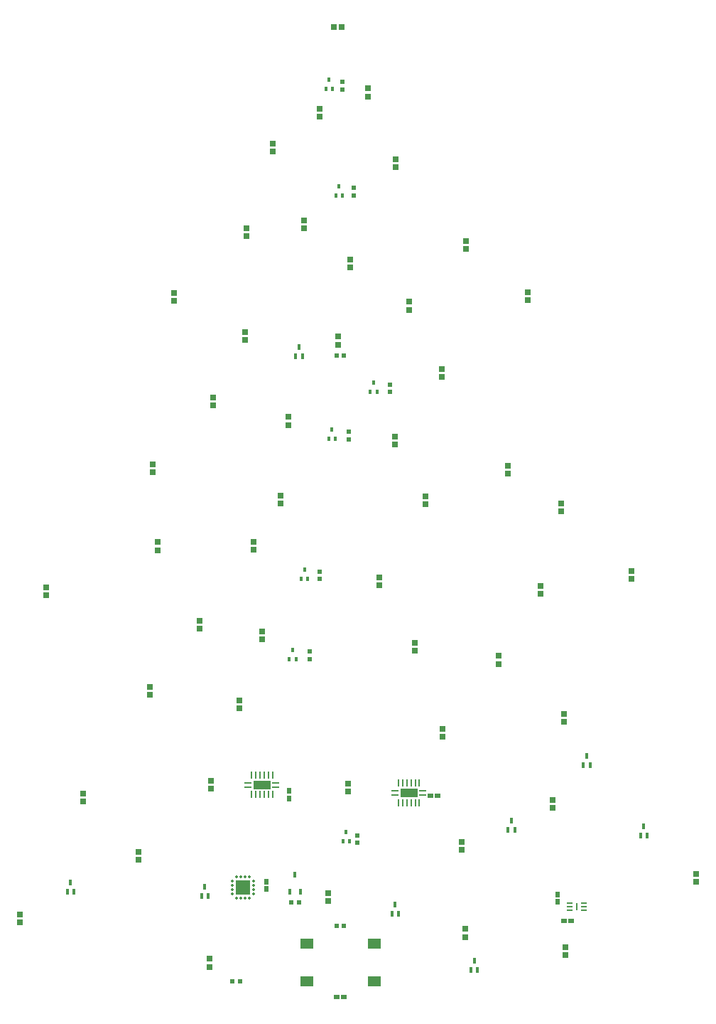
<source format=gbr>
%TF.GenerationSoftware,Altium Limited,Altium Designer,21.4.1 (30)*%
G04 Layer_Color=8421504*
%FSLAX26Y26*%
%MOIN*%
%TF.SameCoordinates,C79CEFAC-E130-474B-83DD-F1A68A00FB65*%
%TF.FilePolarity,Positive*%
%TF.FileFunction,Paste,Top*%
%TF.Part,Single*%
G01*
G75*
%TA.AperFunction,SMDPad,CuDef*%
%ADD11R,0.021654X0.021654*%
%ADD12O,0.031496X0.007874*%
%ADD13R,0.010236X0.035433*%
%ADD14R,0.027559X0.025591*%
%ADD15R,0.017716X0.023622*%
%ADD16R,0.017716X0.025591*%
%ADD17O,0.009842X0.035433*%
%ADD18O,0.035433X0.009842*%
%ADD19R,0.078740X0.039370*%
%ADD20R,0.025591X0.027559*%
%ADD21R,0.061024X0.051181*%
%ADD22R,0.021654X0.021654*%
%ADD23R,0.024409X0.025984*%
%ADD25O,0.013780X0.019685*%
%ADD26O,0.019685X0.013780*%
%ADD27R,0.066929X0.066929*%
%ADD28R,0.025984X0.024409*%
D11*
X-470284Y878000D02*
D03*
X-505717D02*
D03*
X-17717Y1137000D02*
D03*
X17716D02*
D03*
X-229717Y1248000D02*
D03*
X-194284D02*
D03*
X17717Y3812000D02*
D03*
X-17716D02*
D03*
D12*
X1078012Y1244000D02*
D03*
Y1228252D02*
D03*
Y1212504D02*
D03*
X1143012D02*
D03*
Y1228252D02*
D03*
Y1244000D02*
D03*
D13*
X1110512Y1228252D02*
D03*
D14*
X1670000Y1345299D02*
D03*
Y1382701D02*
D03*
X-98000Y4930299D02*
D03*
Y4967701D02*
D03*
X-169000Y4409299D02*
D03*
Y4446701D02*
D03*
X-439000Y4408000D02*
D03*
Y4370598D02*
D03*
X129000Y5026299D02*
D03*
Y5063701D02*
D03*
X261000Y4732701D02*
D03*
Y4695299D02*
D03*
X-780000Y4067299D02*
D03*
Y4104701D02*
D03*
X-447000Y3923000D02*
D03*
Y3885598D02*
D03*
X47000Y4224598D02*
D03*
Y4262000D02*
D03*
X-9000Y3900701D02*
D03*
Y3863299D02*
D03*
X324000Y4026299D02*
D03*
Y4063701D02*
D03*
X589000Y4349402D02*
D03*
Y4312000D02*
D03*
X880000Y4072000D02*
D03*
Y4109402D02*
D03*
X-880000Y3301000D02*
D03*
Y3263598D02*
D03*
X-598000Y3579299D02*
D03*
Y3616701D02*
D03*
X-280000Y3155701D02*
D03*
Y3118299D02*
D03*
X-244000Y3486598D02*
D03*
Y3524000D02*
D03*
X255000Y3433402D02*
D03*
Y3396000D02*
D03*
X478000Y3710299D02*
D03*
Y3747701D02*
D03*
X788000Y3294402D02*
D03*
Y3257000D02*
D03*
X-1379000Y2688598D02*
D03*
Y2726000D02*
D03*
X-856000Y2937000D02*
D03*
Y2899598D02*
D03*
X-408000Y2900299D02*
D03*
Y2937701D02*
D03*
X182000Y2772000D02*
D03*
Y2734598D02*
D03*
X399000Y3114299D02*
D03*
Y3151701D02*
D03*
X1036000Y3118402D02*
D03*
Y3081000D02*
D03*
X1365000Y2764000D02*
D03*
Y2801402D02*
D03*
X-892000Y2259000D02*
D03*
Y2221598D02*
D03*
X-659000Y2530598D02*
D03*
Y2568000D02*
D03*
X-475000Y2195000D02*
D03*
Y2157598D02*
D03*
X-367000Y2481299D02*
D03*
Y2518701D02*
D03*
X351000Y2466701D02*
D03*
Y2429299D02*
D03*
X744000Y2366598D02*
D03*
Y2404000D02*
D03*
X940000Y2732000D02*
D03*
Y2694598D02*
D03*
X-1208000Y1720299D02*
D03*
Y1757701D02*
D03*
X-606000Y1818701D02*
D03*
Y1781299D02*
D03*
X36000Y1767598D02*
D03*
Y1805000D02*
D03*
X569000Y1532000D02*
D03*
Y1494598D02*
D03*
X479000Y2025598D02*
D03*
Y2063000D02*
D03*
X998000Y1728000D02*
D03*
Y1690598D02*
D03*
X1049000Y2094299D02*
D03*
Y2131701D02*
D03*
X-1503000Y1192701D02*
D03*
Y1155299D02*
D03*
X-946000Y1449299D02*
D03*
Y1486701D02*
D03*
X-615000Y983701D02*
D03*
Y946299D02*
D03*
X-58000Y1254598D02*
D03*
Y1292000D02*
D03*
X586000Y1123701D02*
D03*
Y1086299D02*
D03*
X1058000Y1002000D02*
D03*
Y1039402D02*
D03*
X-316000Y4769299D02*
D03*
Y4806701D02*
D03*
D15*
X-52110Y5104449D02*
D03*
X-36362Y5061142D02*
D03*
X-67858D02*
D03*
X28000Y1578654D02*
D03*
X43748Y1535347D02*
D03*
X12252D02*
D03*
X-223000Y2432654D02*
D03*
X-207252Y2389347D02*
D03*
X-238748D02*
D03*
X-168000Y2809654D02*
D03*
X-152252Y2766347D02*
D03*
X-183748D02*
D03*
X-39000Y3464654D02*
D03*
X-23252Y3421347D02*
D03*
X-54748D02*
D03*
X157000Y3683654D02*
D03*
X172748Y3640347D02*
D03*
X141252D02*
D03*
X-5890Y4604449D02*
D03*
X9858Y4561142D02*
D03*
X-21638D02*
D03*
D16*
X-237591Y1298482D02*
D03*
X-186410D02*
D03*
X-212000Y1377223D02*
D03*
X1408252Y1562347D02*
D03*
X1439748D02*
D03*
X1424000Y1605654D02*
D03*
X1140142Y1890189D02*
D03*
X1171638D02*
D03*
X1155890Y1933496D02*
D03*
X787252Y1588504D02*
D03*
X818748D02*
D03*
X803000Y1631811D02*
D03*
X613252Y931504D02*
D03*
X644748D02*
D03*
X629000Y974811D02*
D03*
X242252Y1196347D02*
D03*
X273748D02*
D03*
X258000Y1239654D02*
D03*
X-651748Y1279504D02*
D03*
X-620252D02*
D03*
X-636000Y1322811D02*
D03*
X-1281748Y1299504D02*
D03*
X-1250252D02*
D03*
X-1266000Y1342811D02*
D03*
X-209858Y3807189D02*
D03*
X-178362D02*
D03*
X-194110Y3850496D02*
D03*
D17*
X371213Y1807276D02*
D03*
X351527D02*
D03*
X331842D02*
D03*
X312158D02*
D03*
X292472D02*
D03*
X272787D02*
D03*
Y1716724D02*
D03*
X292472D02*
D03*
X312158D02*
D03*
X331842D02*
D03*
X351527D02*
D03*
X371213D02*
D03*
X-317787Y1753724D02*
D03*
X-337473D02*
D03*
X-357158D02*
D03*
X-376842D02*
D03*
X-396528D02*
D03*
X-416213D02*
D03*
Y1844276D02*
D03*
X-396528D02*
D03*
X-376842D02*
D03*
X-357158D02*
D03*
X-337473D02*
D03*
X-317787D02*
D03*
D18*
X257039Y1771842D02*
D03*
Y1752158D02*
D03*
X386961D02*
D03*
Y1771842D02*
D03*
X-302039Y1808842D02*
D03*
Y1789158D02*
D03*
X-431961D02*
D03*
Y1808842D02*
D03*
D19*
X322000Y1762000D02*
D03*
X-367000Y1799000D02*
D03*
D20*
X7701Y5352000D02*
D03*
X-29701D02*
D03*
D21*
X-158465Y1055583D02*
D03*
Y878417D02*
D03*
X158464Y1055583D02*
D03*
Y878417D02*
D03*
D22*
X232000Y3641283D02*
D03*
Y3676716D02*
D03*
X80000Y1527283D02*
D03*
Y1562716D02*
D03*
X-142000Y2423716D02*
D03*
Y2388283D02*
D03*
X-98000Y2764283D02*
D03*
Y2799716D02*
D03*
X41000Y3419567D02*
D03*
Y3455000D02*
D03*
X63000Y4562283D02*
D03*
Y4597717D02*
D03*
X9000Y5059283D02*
D03*
Y5094717D02*
D03*
D23*
X1020000Y1250354D02*
D03*
Y1285000D02*
D03*
X-240000Y1736000D02*
D03*
Y1770646D02*
D03*
X-348000Y1311000D02*
D03*
Y1345646D02*
D03*
D25*
X-426276Y1369354D02*
D03*
X-445961D02*
D03*
X-465646D02*
D03*
X-485331D02*
D03*
Y1268961D02*
D03*
X-465646D02*
D03*
X-445961D02*
D03*
X-426276D02*
D03*
D26*
X-506000Y1348685D02*
D03*
Y1329000D02*
D03*
Y1309315D02*
D03*
Y1289630D02*
D03*
X-405606D02*
D03*
Y1309315D02*
D03*
Y1329000D02*
D03*
Y1348685D02*
D03*
D27*
X-455803Y1319157D02*
D03*
D28*
X1084323Y1163000D02*
D03*
X1049677D02*
D03*
X457323Y1748000D02*
D03*
X422677D02*
D03*
X-17323Y805000D02*
D03*
X17323D02*
D03*
%TF.MD5,7f5cad0d42034a8f51e6627bbdabddd2*%
M02*

</source>
